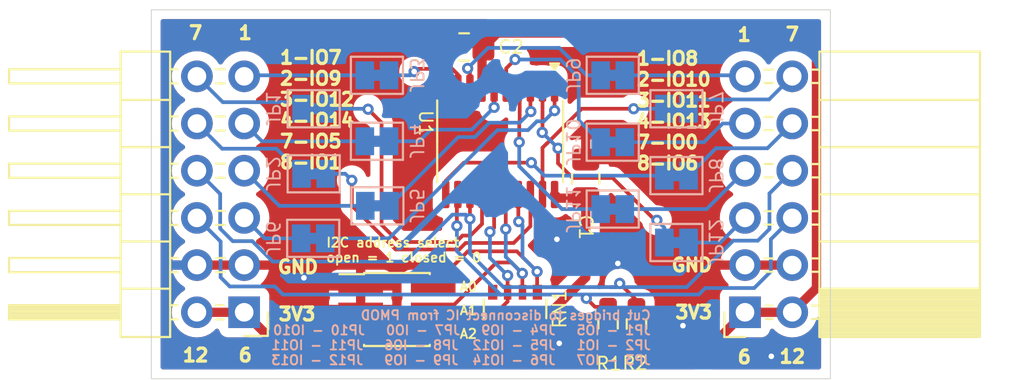
<source format=kicad_pcb>
(kicad_pcb (version 20240108) (generator "pcbnew") (generator_version "8.0")
  (layers (0 "F.Cu" signal) (31 "B.Cu" signal) (34 "B.Paste" user) (35 "F.Paste" user) (36 "B.SilkS" user "B.Silkscreen") (37 "F.SilkS" user "F.Silkscreen") (38 "B.Mask" user) (39 "F.Mask" user) (44 "Edge.Cuts" user))
  (net 0 "")
  (net 1 "+3V3")
  (net 2 "GND")
  (net 3 "SCL")
  (net 4 "SDA")
  (net 5 "IO3")
  (net 6 "IO4")
  (net 7 "IO2")
  (net 8 "IO5")
  (net 9 "IO1")
  (net 10 "IO7")
  (net 11 "IO9")
  (net 12 "IO12")
  (net 13 "IO14")
  (net 14 "IO0")
  (net 15 "IO6")
  (net 16 "IO8")
  (net 17 "IO10")
  (net 18 "IO11")
  (net 19 "IO13")
  (net 21 "Net-(J1-3)")
  (net 22 "Net-(J1-4)")
  (net 23 "Net-(J1-7)")
  (net 24 "Net-(J1-2)")
  (net 25 "Net-(J1-1)")
  (net 26 "Net-(J1-8)")
  (net 27 "Net-(J2-8)")
  (net 28 "Net-(J2-1)")
  (net 29 "Net-(J2-2)")
  (net 30 "Net-(J2-3)")
  (net 31 "Net-(J2-7)")
  (net 32 "Net-(J2-4)")
  (footprint "Resistor_SMD:R_0603_1608Metric_Pad0.98x0.95mm_HandSolder" (layer "F.Cu") (at 124.625 103.4625 -90)
    (property "Reference" "R2" (at 2.1125 0.075 0) (layer "F.SilkS") (effects (font (size 0.7 0.7) (thickness 0.1))))
    (property "Value" "4k7")
    (pad "1" smd roundrect (at -0.9125 0 270) (size 0.975 0.95) (layers "F.Cu" "F.Paste" "F.Mask") (net 3 "SCL"))
    (pad "2" smd roundrect (at 0.9125 0 270) (size 0.975 0.95) (layers "F.Cu" "F.Paste" "F.Mask") (net 1 "+3V3"))
  )
  (footprint "Package_SO:TSSOP-20_4.4x6.5mm_P0.65mm" (layer "F.Cu") (at 117.3 93.6275 -90)
    (property "Reference" "U1" (at -0.9775 4 -90) (layer "F.SilkS") (effects (font (size 0.7 0.7) (thickness 0.1))))
    (property "Value" "SLG46826G")
    (pad "1" smd roundrect (at -2.8625 -2.925 270) (size 1.475 0.4) (layers "F.Cu" "F.Paste" "F.Mask") (net 13 "IO14"))
    (pad "2" smd roundrect (at -2.8625 -2.275 270) (size 1.475 0.4) (layers "F.Cu" "F.Paste" "F.Mask") (net 19 "IO13"))
    (pad "3" smd roundrect (at -2.8625 -1.625 270) (size 1.475 0.4) (layers "F.Cu" "F.Paste" "F.Mask") (net 12 "IO12"))
    (pad "4" smd roundrect (at -2.8625 -0.975 270) (size 1.475 0.4) (layers "F.Cu" "F.Paste" "F.Mask") (net 18 "IO11"))
    (pad "5" smd roundrect (at -2.8625 -0.325 270) (size 1.475 0.4) (layers "F.Cu" "F.Paste" "F.Mask") (net 17 "IO10"))
    (pad "6" smd roundrect (at -2.8625 0.325 270) (size 1.475 0.4) (layers "F.Cu" "F.Paste" "F.Mask") (net 11 "IO9"))
    (pad "7" smd roundrect (at -2.8625 0.975 270) (size 1.475 0.4) (layers "F.Cu" "F.Paste" "F.Mask") (net 1 "+3V3"))
    (pad "8" smd roundrect (at -2.8625 1.625 270) (size 1.475 0.4) (layers "F.Cu" "F.Paste" "F.Mask") (net 16 "IO8"))
    (pad "9" smd roundrect (at -2.8625 2.275 270) (size 1.475 0.4) (layers "F.Cu" "F.Paste" "F.Mask") (net 10 "IO7"))
    (pad "10" smd roundrect (at -2.8625 2.925 270) (size 1.475 0.4) (layers "F.Cu" "F.Paste" "F.Mask") (net 2 "GND"))
    (pad "11" smd roundrect (at 2.8625 2.925 270) (size 1.475 0.4) (layers "F.Cu" "F.Paste" "F.Mask") (net 15 "IO6"))
    (pad "12" smd roundrect (at 2.8625 2.275 270) (size 1.475 0.4) (layers "F.Cu" "F.Paste" "F.Mask") (net 4 "SDA"))
    (pad "13" smd roundrect (at 2.8625 1.625 270) (size 1.475 0.4) (layers "F.Cu" "F.Paste" "F.Mask") (net 3 "SCL"))
    (pad "14" smd roundrect (at 2.8625 0.975 270) (size 1.475 0.4) (layers "F.Cu" "F.Paste" "F.Mask") (net 8 "IO5"))
    (pad "15" smd roundrect (at 2.8625 0.325 270) (size 1.475 0.4) (layers "F.Cu" "F.Paste" "F.Mask") (net 6 "IO4"))
    (pad "16" smd roundrect (at 2.8625 -0.325 270) (size 1.475 0.4) (layers "F.Cu" "F.Paste" "F.Mask") (net 5 "IO3"))
    (pad "17" smd roundrect (at 2.8625 -0.975 270) (size 1.475 0.4) (layers "F.Cu" "F.Paste" "F.Mask") (net 7 "IO2"))
    (pad "18" smd roundrect (at 2.8625 -1.625 270) (size 1.475 0.4) (layers "F.Cu" "F.Paste" "F.Mask") (net 9 "IO1"))
    (pad "19" smd roundrect (at 2.8625 -2.275 270) (size 1.475 0.4) (layers "F.Cu" "F.Paste" "F.Mask") (net 14 "IO0"))
    (pad "20" smd roundrect (at 2.8625 -2.925 270) (size 1.475 0.4) (layers "F.Cu" "F.Paste" "F.Mask") (net 1 "+3V3"))
  )
  (footprint "Connector_PinHeader_1.27mm:PinHeader_2x03_P1.27mm_Vertical_SMD" (layer "F.Cu") (at 111.75 102.68)
    (property "Reference" "J3" (hide yes))
    (property "Value" "Conn_02x03_Counter_Clockwise")
    (pad "1" smd rect (at -1.95 -1.27) (size 2.4 0.74) (layers "F.Cu" "F.Paste" "F.Mask") (net 2 "GND"))
    (pad "2" smd rect (at 1.95 -1.27) (size 2.4 0.74) (layers "F.Cu" "F.Paste" "F.Mask") (net 7 "IO2"))
    (pad "3" smd rect (at -1.95 0) (size 2.4 0.74) (layers "F.Cu" "F.Paste" "F.Mask") (net 2 "GND"))
    (pad "4" smd rect (at 1.95 0) (size 2.4 0.74) (layers "F.Cu" "F.Paste" "F.Mask") (net 5 "IO3"))
    (pad "5" smd rect (at -1.95 1.27) (size 2.4 0.74) (layers "F.Cu" "F.Paste" "F.Mask") (net 2 "GND"))
    (pad "6" smd rect (at 1.95 1.27) (size 2.4 0.74) (layers "F.Cu" "F.Paste" "F.Mask") (net 6 "IO4"))
  )
  (footprint "Capacitor_SMD:C_0805_2012Metric_Pad1.18x1.45mm_HandSolder" (layer "F.Cu") (at 115.3625 88.55 180)
    (property "Reference" "C2" (at -2.525 0 0) (layer "F.SilkS") (effects (font (size 0.7 0.7) (thickness 0.1))))
    (property "Value" "100n")
    (pad "1" smd roundrect (at -1.0375 0 180) (size 1.175 1.45) (layers "F.Cu" "F.Paste" "F.Mask") (roundrect_rratio 0.212766) (net 1 "+3V3"))
    (pad "2" smd roundrect (at 1.0375 0 180) (size 1.175 1.45) (layers "F.Cu" "F.Paste" "F.Mask") (roundrect_rratio 0.212766) (net 2 "GND"))
  )
  (footprint "Resistor_SMD:R_0603_1608Metric_Pad0.98x0.95mm_HandSolder" (layer "F.Cu") (at 123.1 103.45 -90)
    (property "Reference" "R1" (at 2.15 -0.05 0) (layer "F.SilkS") (effects (font (size 0.7 0.7) (thickness 0.1))))
    (property "Value" "4k7")
    (pad "1" smd roundrect (at -0.9125 0 270) (size 0.975 0.95) (layers "F.Cu" "F.Paste" "F.Mask") (net 4 "SDA"))
    (pad "2" smd roundrect (at 0.9125 0 270) (size 0.975 0.95) (layers "F.Cu" "F.Paste" "F.Mask") (net 1 "+3V3"))
  )
  (footprint "Capacitor_SMD:C_0805_2012Metric_Pad1.18x1.45mm_HandSolder" (layer "F.Cu") (at 121.9 95.65 90)
    (property "Reference" "C1" (at -2.6 0 -90) (layer "F.SilkS") (effects (font (size 0.7 0.7) (thickness 0.1))))
    (property "Value" "100n")
    (pad "1" smd roundrect (at -1.0375 0 90) (size 1.175 1.45) (layers "F.Cu" "F.Paste" "F.Mask") (roundrect_rratio 0.212766) (net 1 "+3V3"))
    (pad "2" smd roundrect (at 1.0375 0 90) (size 1.175 1.45) (layers "F.Cu" "F.Paste" "F.Mask") (roundrect_rratio 0.212766) (net 2 "GND"))
  )
  (footprint "Connector_PinSocket_2.54mm:PinSocket_2x06_P2.54mm_Horizontal" (layer "F.Cu") (at 130.46 102.83 180)
    (property "Reference" "J2" (hide yes))
    (property "Value" "Conn_02x06_Top_Bottom")
    (pad "1" thru_hole rect (at 0 0 180) (size 1.7 1.7) (drill 1) (layers "*.Cu" "*.Mask") (net 1 "+3V3"))
    (pad "2" thru_hole oval (at -2.54 0 180) (size 1.7 1.7) (drill 1) (layers "*.Cu" "*.Mask") (net 1 "+3V3"))
    (pad "3" thru_hole oval (at 0 2.54 180) (size 1.7 1.7) (drill 1) (layers "*.Cu" "*.Mask") (net 2 "GND"))
    (pad "4" thru_hole oval (at -2.54 2.54 180) (size 1.7 1.7) (drill 1) (layers "*.Cu" "*.Mask") (net 2 "GND"))
    (pad "5" thru_hole oval (at 0 5.08 180) (size 1.7 1.7) (drill 1) (layers "*.Cu" "*.Mask") (net 32 "Net-(J2-4)"))
    (pad "6" thru_hole oval (at -2.54 5.08 180) (size 1.7 1.7) (drill 1) (layers "*.Cu" "*.Mask") (net 4 "SDA"))
    (pad "7" thru_hole oval (at 0 7.62 180) (size 1.7 1.7) (drill 1) (layers "*.Cu" "*.Mask") (net 30 "Net-(J2-3)"))
    (pad "8" thru_hole oval (at -2.54 7.62 180) (size 1.7 1.7) (drill 1) (layers "*.Cu" "*.Mask") (net 3 "SCL"))
    (pad "9" thru_hole oval (at 0 10.16 180) (size 1.7 1.7) (drill 1) (layers "*.Cu" "*.Mask") (net 29 "Net-(J2-2)"))
    (pad "10" thru_hole oval (at -2.54 10.16 180) (size 1.7 1.7) (drill 1) (layers "*.Cu" "*.Mask") (net 27 "Net-(J2-8)"))
    (pad "11" thru_hole oval (at 0 12.7 180) (size 1.7 1.7) (drill 1) (layers "*.Cu" "*.Mask") (net 28 "Net-(J2-1)"))
    (pad "12" thru_hole oval (at -2.54 12.7 180) (size 1.7 1.7) (drill 1) (layers "*.Cu" "*.Mask") (net 31 "Net-(J2-7)"))
  )
  (footprint "Connector_PinHeader_2.54mm:PinHeader_2x06_P2.54mm_Horizontal" (layer "F.Cu") (at 103.54 102.83 180)
    (property "Reference" "J1" (hide yes))
    (property "Value" "~")
    (pad "1" thru_hole rect (at 0 0 180) (size 1.7 1.7) (drill 1) (layers "*.Cu" "*.Mask") (net 1 "+3V3"))
    (pad "2" thru_hole oval (at 2.54 0 180) (size 1.7 1.7) (drill 1) (layers "*.Cu" "*.Mask") (net 1 "+3V3"))
    (pad "3" thru_hole oval (at 0 2.54 180) (size 1.7 1.7) (drill 1) (layers "*.Cu" "*.Mask") (net 2 "GND"))
    (pad "4" thru_hole oval (at 2.54 2.54 180) (size 1.7 1.7) (drill 1) (layers "*.Cu" "*.Mask") (net 2 "GND"))
    (pad "5" thru_hole oval (at 0 5.08 180) (size 1.7 1.7) (drill 1) (layers "*.Cu" "*.Mask") (net 22 "Net-(J1-4)"))
    (pad "6" thru_hole oval (at 2.54 5.08 180) (size 1.7 1.7) (drill 1) (layers "*.Cu" "*.Mask") (net 4 "SDA"))
    (pad "7" thru_hole oval (at 0 7.62 180) (size 1.7 1.7) (drill 1) (layers "*.Cu" "*.Mask") (net 21 "Net-(J1-3)"))
    (pad "8" thru_hole oval (at 2.54 7.62 180) (size 1.7 1.7) (drill 1) (layers "*.Cu" "*.Mask") (net 3 "SCL"))
    (pad "9" thru_hole oval (at 0 10.16 180) (size 1.7 1.7) (drill 1) (layers "*.Cu" "*.Mask") (net 24 "Net-(J1-2)"))
    (pad "10" thru_hole oval (at 2.54 10.16 180) (size 1.7 1.7) (drill 1) (layers "*.Cu" "*.Mask") (net 26 "Net-(J1-8)"))
    (pad "11" thru_hole oval (at 0 12.7 180) (size 1.7 1.7) (drill 1) (layers "*.Cu" "*.Mask") (net 25 "Net-(J1-1)"))
    (pad "12" thru_hole oval (at 2.54 12.7 180) (size 1.7 1.7) (drill 1) (layers "*.Cu" "*.Mask") (net 23 "Net-(J1-7)"))
  )
  (footprint "Resistor_SMD:R_Array_Convex_4x0603" (layer "F.Cu") (at 118.1 102.65 90)
    (property "Reference" "RN1" (at 0 2.4 90) (layer "F.SilkS") (effects (font (size 0.7 0.7) (thickness 0.1))))
    (property "Value" "10k")
    (pad "1" smd rect (at -0.9 -1.2 90) (size 0.8 0.5) (layers "F.Cu" "F.Paste" "F.Mask") (net 1 "+3V3"))
    (pad "2" smd rect (at -0.9 -0.4 90) (size 0.8 0.4) (layers "F.Cu" "F.Paste" "F.Mask") (net 1 "+3V3"))
    (pad "3" smd rect (at -0.9 0.4 90) (size 0.8 0.4) (layers "F.Cu" "F.Paste" "F.Mask") (net 1 "+3V3"))
    (pad "4" smd rect (at -0.9 1.2 90) (size 0.8 0.5) (layers "F.Cu" "F.Paste" "F.Mask") (net 1 "+3V3"))
    (pad "5" smd rect (at 0.9 1.2 90) (size 0.8 0.5) (layers "F.Cu" "F.Paste" "F.Mask") (net 7 "IO2"))
    (pad "6" smd rect (at 0.9 0.4 90) (size 0.8 0.4) (layers "F.Cu" "F.Paste" "F.Mask") (net 5 "IO3"))
    (pad "7" smd rect (at 0.9 -0.4 90) (size 0.8 0.4) (layers "F.Cu" "F.Paste" "F.Mask") (net 6 "IO4"))
    (pad "8" smd rect (at 0.9 -1.2 90) (size 0.8 0.5) (layers "F.Cu" "F.Paste" "F.Mask"))
  )
  (footprint "Jumper:SolderJumper-2_P1.3mm_Bridged_Pad1.0x1.5mm" (layer "B.Cu") (at 126.775 99.075)
    (property "Reference" "JP12" (at 2.1 0 -90) (layer "B.SilkS") (effects (font (size 0.7 0.7) (thickness 0.1)) (justify mirror)))
    (property "Value" "SolderJumper_2_Bridged")
    (fp_poly (pts (xy -0.25 0.3) (xy 0.25 0.3) (xy 0.25 -0.3) (xy -0.25 -0.3)) (fill solid) (layer "B.Cu"))
    (pad "1" smd rect (at -0.65 0) (size 1 1.5) (layers "B.Cu" "B.Mask") (net 19 "IO13"))
    (pad "2" smd rect (at 0.65 0) (size 1 1.5) (layers "B.Cu" "B.Mask") (net 32 "Net-(J2-4)"))
  )
  (footprint "Jumper:SolderJumper-2_P1.3mm_Bridged_Pad1.0x1.5mm" (layer "B.Cu") (at 126.775 91.875 180)
    (property "Reference" "JP7" (at -2.1 0 -90) (layer "B.SilkS") (effects (font (size 0.7 0.7) (thickness 0.1)) (justify mirror)))
    (property "Value" "SolderJumper_2_Bridged")
    (fp_poly (pts (xy -0.25 0.3) (xy 0.25 0.3) (xy 0.25 -0.3) (xy -0.25 -0.3)) (fill solid) (layer "B.Cu"))
    (pad "1" smd rect (at -0.65 0 180) (size 1 1.5) (layers "B.Cu" "B.Mask") (net 31 "Net-(J2-7)"))
    (pad "2" smd rect (at 0.65 0 180) (size 1 1.5) (layers "B.Cu" "B.Mask") (net 14 "IO0"))
  )
  (footprint "Jumper:SolderJumper-2_P1.3mm_Bridged_Pad1.0x1.5mm" (layer "B.Cu") (at 110.7 97.1 180)
    (property "Reference" "JP5" (at -2.1 0 -90) (layer "B.SilkS") (effects (font (size 0.7 0.7) (thickness 0.1)) (justify mirror)))
    (property "Value" "SolderJumper_2_Bridged")
    (fp_poly (pts (xy -0.25 0.3) (xy 0.25 0.3) (xy 0.25 -0.3) (xy -0.25 -0.3)) (fill solid) (layer "B.Cu"))
    (pad "1" smd rect (at -0.65 0 180) (size 1 1.5) (layers "B.Cu" "B.Mask") (net 12 "IO12"))
    (pad "2" smd rect (at 0.65 0 180) (size 1 1.5) (layers "B.Cu" "B.Mask") (net 21 "Net-(J1-3)"))
  )
  (footprint "Jumper:SolderJumper-2_P1.3mm_Bridged_Pad1.0x1.5mm" (layer "B.Cu") (at 107.275 95.375)
    (property "Reference" "JP2" (at -2.2 0 -90) (layer "B.SilkS") (effects (font (size 0.7 0.7) (thickness 0.1)) (justify mirror)))
    (property "Value" "SolderJumper_2_Bridged")
    (fp_poly (pts (xy -0.25 0.3) (xy 0.25 0.3) (xy 0.25 -0.3) (xy -0.25 -0.3)) (fill solid) (layer "B.Cu"))
    (pad "1" smd rect (at -0.65 0) (size 1 1.5) (layers "B.Cu" "B.Mask") (net 26 "Net-(J1-8)"))
    (pad "2" smd rect (at 0.65 0) (size 1 1.5) (layers "B.Cu" "B.Mask") (net 9 "IO1"))
  )
  (footprint "Jumper:SolderJumper-2_P1.3mm_Bridged_Pad1.0x1.5mm" (layer "B.Cu") (at 107.25 98.85 180)
    (property "Reference" "JP6" (at 2.175 0 -90) (layer "B.SilkS") (effects (font (size 0.7 0.7) (thickness 0.1)) (justify mirror)))
    (property "Value" "SolderJumper_2_Bridged")
    (fp_poly (pts (xy -0.25 0.3) (xy 0.25 0.3) (xy 0.25 -0.3) (xy -0.25 -0.3)) (fill solid) (layer "B.Cu"))
    (pad "1" smd rect (at -0.65 0 180) (size 1 1.5) (layers "B.Cu" "B.Mask") (net 13 "IO14"))
    (pad "2" smd rect (at 0.65 0 180) (size 1 1.5) (layers "B.Cu" "B.Mask") (net 22 "Net-(J1-4)"))
  )
  (footprint "Jumper:SolderJumper-2_P1.3mm_Bridged_Pad1.0x1.5mm" (layer "B.Cu") (at 123.35 90.075)
    (property "Reference" "JP9" (at -2.15 0 -90) (layer "B.SilkS") (effects (font (size 0.7 0.7) (thickness 0.1)) (justify mirror)))
    (property "Value" "SolderJumper_2_Bridged")
    (fp_poly (pts (xy -0.25 0.3) (xy 0.25 0.3) (xy 0.25 -0.3) (xy -0.25 -0.3)) (fill solid) (layer "B.Cu"))
    (pad "1" smd rect (at -0.65 0) (size 1 1.5) (layers "B.Cu" "B.Mask") (net 16 "IO8"))
    (pad "2" smd rect (at 0.65 0) (size 1 1.5) (layers "B.Cu" "B.Mask") (net 28 "Net-(J2-1)"))
  )
  (footprint "Jumper:SolderJumper-2_P1.3mm_Bridged_Pad1.0x1.5mm" (layer "B.Cu") (at 110.675 93.625 180)
    (property "Reference" "JP4" (at -2.125 0 -90) (layer "B.SilkS") (effects (font (size 0.7 0.7) (thickness 0.1)) (justify mirror)))
    (property "Value" "SolderJumper_2_Bridged")
    (fp_poly (pts (xy -0.25 0.3) (xy 0.25 0.3) (xy 0.25 -0.3) (xy -0.25 -0.3)) (fill solid) (layer "B.Cu"))
    (pad "1" smd rect (at -0.65 0 180) (size 1 1.5) (layers "B.Cu" "B.Mask") (net 11 "IO9"))
    (pad "2" smd rect (at 0.65 0 180) (size 1 1.5) (layers "B.Cu" "B.Mask") (net 24 "Net-(J1-2)"))
  )
  (footprint "Jumper:SolderJumper-2_P1.3mm_Bridged_Pad1.0x1.5mm" (layer "B.Cu") (at 126.775 95.475 180)
    (property "Reference" "JP8" (at -2.1 0 -90) (layer "B.SilkS") (effects (font (size 0.7 0.7) (thickness 0.1)) (justify mirror)))
    (property "Value" "SolderJumper_2_Bridged")
    (fp_poly (pts (xy -0.25 0.3) (xy 0.25 0.3) (xy 0.25 -0.3) (xy -0.25 -0.3)) (fill solid) (layer "B.Cu"))
    (pad "1" smd rect (at -0.65 0 180) (size 1 1.5) (layers "B.Cu" "B.Mask") (net 27 "Net-(J2-8)"))
    (pad "2" smd rect (at 0.65 0 180) (size 1 1.5) (layers "B.Cu" "B.Mask") (net 15 "IO6"))
  )
  (footprint "Jumper:SolderJumper-2_P1.3mm_Bridged_Pad1.0x1.5mm" (layer "B.Cu") (at 107.275 91.875)
    (property "Reference" "JP1" (at -2.2 0 -90) (layer "B.SilkS") (effects (font (size 0.7 0.7) (thickness 0.1)) (justify mirror)))
    (property "Value" "~")
    (fp_poly (pts (xy -0.25 0.3) (xy 0.25 0.3) (xy 0.25 -0.3) (xy -0.25 -0.3)) (fill solid) (layer "B.Cu"))
    (pad "1" smd rect (at -0.65 0) (size 1 1.5) (layers "B.Cu" "B.Mask") (net 23 "Net-(J1-7)"))
    (pad "2" smd rect (at 0.65 0) (size 1 1.5) (layers "B.Cu" "B.Mask") (net 8 "IO5"))
  )
  (footprint "Jumper:SolderJumper-2_P1.3mm_Bridged_Pad1.0x1.5mm" (layer "B.Cu") (at 110.675 90.075 180)
    (property "Reference" "JP3" (at -2.125 0 -90) (layer "B.SilkS") (effects (font (size 0.7 0.7) (thickness 0.1)) (justify mirror)))
    (property "Value" "SolderJumper_2_Bridged")
    (fp_poly (pts (xy -0.25 0.3) (xy 0.25 0.3) (xy 0.25 -0.3) (xy -0.25 -0.3)) (fill solid) (layer "B.Cu"))
    (pad "1" smd rect (at -0.65 0 180) (size 1 1.5) (layers "B.Cu" "B.Mask") (net 10 "IO7"))
    (pad "2" smd rect (at 0.65 0 180) (size 1 1.5) (layers "B.Cu" "B.Mask") (net 25 "Net-(J1-1)"))
  )
  (footprint "Jumper:SolderJumper-2_P1.3mm_Bridged_Pad1.0x1.5mm" (layer "B.Cu") (at 123.35 97.275)
    (property "Reference" "JP11" (at -2.15 0.025 -90) (layer "B.SilkS") (effects (font (size 0.7 0.7) (thickness 0.1)) (justify mirror)))
    (property "Value" "SolderJumper_2_Bridged")
    (fp_poly (pts (xy -0.25 0.3) (xy 0.25 0.3) (xy 0.25 -0.3) (xy -0.25 -0.3)) (fill solid) (layer "B.Cu"))
    (pad "1" smd rect (at -0.65 0) (size 1 1.5) (layers "B.Cu" "B.Mask") (net 18 "IO11"))
    (pad "2" smd rect (at 0.65 0) (size 1 1.5) (layers "B.Cu" "B.Mask") (net 30 "Net-(J2-3)"))
  )
  (footprint "Jumper:SolderJumper-2_P1.3mm_Bridged_Pad1.0x1.5mm" (layer "B.Cu") (at 123.35 93.675)
    (property "Reference" "JP10" (at -2.15 0 -90) (layer "B.SilkS") (effects (font (size 0.7 0.7) (thickness 0.1)) (justify mirror)))
    (property "Value" "SolderJumper_2_Bridged")
    (fp_poly (pts (xy -0.25 0.3) (xy 0.25 0.3) (xy 0.25 -0.3) (xy -0.25 -0.3)) (fill solid) (layer "B.Cu"))
    (pad "1" smd rect (at -0.65 0) (size 1 1.5) (layers "B.Cu" "B.Mask") (net 17 "IO10"))
    (pad "2" smd rect (at 0.65 0) (size 1 1.5) (layers "B.Cu" "B.Mask") (net 29 "Net-(J2-2)"))
  )
  (gr_rect (start 98.55 86.55) (end 135.05 106.405) (stroke (width 0.05)) (fill none) (layer "Edge.Cuts"))
  (gr_text "Cut bridges to disconnect IC from PMOD\nJP1 - IO5   JP4 - IO9   JP7 - IO0   JP10 - IO10\nJP2 - IO1   JP5 - IO12  JP8 - IO6   JP11 - IO11\nJP3 - IO7   JP6 - IO14  JP9 - IO9   JP12 - IO13" (at 125.45 105.7 0) (layer "B.SilkS") (effects (font (size 0.5 0.5) (thickness 0.1) (bold yes)) (justify left bottom mirror)))
  (gr_text "I2C address select\nopen = 1 closed = 0" (at 107.9 100.175 0) (layer "F.SilkS") (effects (font (size 0.5 0.5) (thickness 0.1) (bold yes)) (justify left bottom)))
  (gr_text "12" (at 132.225 105.625 0) (layer "F.SilkS") (effects (font (size 0.7 0.7) (thickness 0.175) (bold yes)) (justify left bottom)))
  (gr_text "A2" (at 115.075 104.282 0) (layer "F.SilkS") (effects (font (size 0.5 0.5) (thickness 0.1) (bold yes)) (justify left bottom)))
  (gr_text "1" (at 103.15 88.2 0) (layer "F.SilkS") (effects (font (size 0.7 0.7) (thickness 0.175) (bold yes)) (justify left bottom)))
  (gr_text "1-IO8\n2-IO10\n3-IO11\n4-IO13\n7-IO0\n8-IO6" (at 124.55 95.214804 0) (layer "F.SilkS") (effects (font (size 0.7 0.7) (thickness 0.175) (bold yes)) (justify left bottom)))
  (gr_text "A1" (at 115.075 103.012 0) (layer "F.SilkS") (effects (font (size 0.5 0.5) (thickness 0.1) (bold yes)) (justify left bottom)))
  (gr_text "3V3" (at 126.625 103.24 0) (layer "F.SilkS") (effects (font (size 0.7 0.7) (thickness 0.175) (bold yes)) (justify left bottom)))
  (gr_text "12" (at 100.15 105.55 0) (layer "F.SilkS") (effects (font (size 0.7 0.7) (thickness 0.175) (bold yes)) (justify left bottom)))
  (gr_text "GND" (at 126.425 100.7 0) (layer "F.SilkS") (effects (font (size 0.7 0.7) (thickness 0.175) (bold yes)) (justify left bottom)))
  (gr_text "6" (at 129.975 105.65 0) (layer "F.SilkS") (effects (font (size 0.7 0.7) (thickness 0.175) (bold yes)) (justify left bottom)))
  (gr_text "1" (at 129.975 88.3 0) (layer "F.SilkS") (effects (font (size 0.7 0.7) (thickness 0.175) (bold yes)) (justify left bottom)))
  (gr_text "A0" (at 115.075 101.742 0) (layer "F.SilkS") (effects (font (size 0.5 0.5) (thickness 0.1) (bold yes)) (justify left bottom)))
  (gr_text "7" (at 132.558334 88.275 0) (layer "F.SilkS") (effects (font (size 0.7 0.7) (thickness 0.175) (bold yes)) (justify left bottom)))
  (gr_text "7" (at 100.483334 88.2 0) (layer "F.SilkS") (effects (font (size 0.7 0.7) (thickness 0.175) (bold yes)) (justify left bottom)))
  (gr_text "1-IO7\n2-IO9\n3-IO12\n4-IO14\n7-IO5\n8-IO1" (at 105.375 95.164804 0) (layer "F.SilkS") (effects (font (size 0.7 0.7) (thickness 0.175) (bold yes)) (justify left bottom)))
  (gr_text "6" (at 103.15 105.55 0) (layer "F.SilkS") (effects (font (size 0.7 0.7) (thickness 0.175) (bold yes)) (justify left bottom)))
  (gr_text "3V3" (at 105.3 103.338375 0) (layer "F.SilkS") (effects (font (size 0.7 0.7) (thickness 0.175) (bold yes)) (justify left bottom)))
  (gr_text "GND" (at 105.25 100.8 0) (layer "F.SilkS") (effects (font (size 0.7 0.7) (thickness 0.175) (bold yes)) (justify left bottom)))
  (segment (start 121.9 96.6875) (end 121.9 100.95) (width 0.5) (layer "F.Cu") (net 1))
  (segment (start 116.9 103.55) (end 119.3 103.55) (width 0.5) (layer "F.Cu") (net 1))
  (segment (start 124.625 104.375) (end 124.625 105.605) (width 0.5) (layer "F.Cu") (net 1))
  (segment (start 133 102.83) (end 134.3 101.53) (width 0.5) (layer "F.Cu") (net 1))
  (segment (start 103.54 102.83) (end 106.365 105.655) (width 0.5) (layer "F.Cu") (net 1))
  (segment (start 124.575 105.655) (end 127.635 105.655) (width 0.5) (layer "F.Cu") (net 1))
  (segment (start 119.3 103.55) (end 119.3 104.805) (width 0.5) (layer "F.Cu") (net 1))
  (segment (start 133.15 87.8) (end 117.15 87.8) (width 0.5) (layer "F.Cu") (net 1))
  (segment (start 134.3 101.53) (end 134.3 88.95) (width 0.5) (layer "F.Cu") (net 1))
  (segment (start 106.365 105.655) (end 118.45 105.655) (width 0.5) (layer "F.Cu") (net 1))
  (segment (start 119.3 104.805) (end 118.45 105.655) (width 0.5) (layer "F.Cu") (net 1))
  (segment (start 117.15 87.8) (end 116.4 88.55) (width 0.5) (layer "F.Cu") (net 1))
  (segment (start 124.625 105.605) (end 124.575 105.655) (width 0.5) (layer "F.Cu") (net 1))
  (segment (start 121.9 96.6875) (end 120.4225 96.6875) (width 0.5) (layer "F.Cu") (net 1))
  (segment (start 123.1 104.3625) (end 123.1 105.605) (width 0.5) (layer "F.Cu") (net 1))
  (segment (start 127.635 105.655) (end 130.46 102.83) (width 0.5) (layer "F.Cu") (net 1))
  (segment (start 130.46 102.83) (end 133 102.83) (width 0.5) (layer "F.Cu") (net 1))
  (segment (start 123.1 105.605) (end 123.05 105.655) (width 0.5) (layer "F.Cu") (net 1))
  (segment (start 101 102.83) (end 103.54 102.83) (width 0.5) (layer "F.Cu") (net 1))
  (segment (start 116.325 90.765) (end 116.325 88.625) (width 0.5) (layer "F.Cu") (net 1))
  (segment (start 121.9 100.95) (end 119.3 103.55) (width 0.5) (layer "F.Cu") (net 1))
  (segment (start 118.45 105.655) (end 123.05 105.655) (width 0.5) (layer "F.Cu") (net 1))
  (segment (start 134.3 88.95) (end 133.15 87.8) (width 0.5) (layer "F.Cu") (net 1))
  (segment (start 123.05 105.655) (end 124.575 105.655) (width 0.5) (layer "F.Cu") (net 1))
  (segment (start 120.4225 96.6875) (end 120.225 96.49) (width 0.5) (layer "F.Cu") (net 1))
  (via (at 120.475 104.5) (size 0.6) (drill 0.3) (layers "F.Cu" "B.Cu") (net 2))
  (via (at 120.35 98.9) (size 0.6) (drill 0.3) (layers "F.Cu" "B.Cu") (net 2))
  (via (at 131.875 105.2) (size 0.6) (drill 0.3) (layers "F.Cu" "B.Cu") (net 2))
  (via (at 106.75 100.975) (size 0.6) (drill 0.3) (layers "F.Cu" "B.Cu") (net 2))
  (via (at 123.625 100.2) (size 0.6) (drill 0.3) (layers "F.Cu" "B.Cu") (net 2))
  (via (at 127.125 103.55) (size 0.6) (drill 0.3) (layers "F.Cu" "B.Cu") (net 2))
  (segment (start 115.675 96.49) (end 115.675 97.8) (width 0.2) (layer "F.Cu") (net 3))
  (segment (start 124.625 102.55) (end 124.625 102.175) (width 0.2) (layer "F.Cu") (net 3))
  (segment (start 124.625 102.175) (end 123.725 101.275) (width 0.2) (layer "F.Cu") (net 3))
  (via (at 115.675 97.8) (size 0.6) (drill 0.3) (layers "F.Cu" "B.Cu") (net 3))
  (via (at 123.725 101.275) (size 0.6) (drill 0.3) (layers "F.Cu" "B.Cu") (net 3))
  (segment (start 105.075 100.1) (end 112.208026 100.1) (width 0.2) (layer "B.Cu") (net 3))
  (segment (start 115.675 99.67353) (end 115.675 97.8) (width 0.2) (layer "B.Cu") (net 3))
  (segment (start 131.775 98.35) (end 131.15 98.975) (width 0.2) (layer "B.Cu") (net 3))
  (segment (start 102.25 96.46) (end 102.25 98.326346) (width 0.2) (layer "B.Cu") (net 3))
  (segment (start 114.733026 97.575) (end 115.45 97.575) (width 0.2) (layer "B.Cu") (net 3))
  (segment (start 131.775 96.435) (end 131.775 98.35) (width 0.2) (layer "B.Cu") (net 3))
  (segment (start 115.45 97.575) (end 115.675 97.8) (width 0.2) (layer "B.Cu") (net 3))
  (segment (start 117.476471 101.475) (end 115.675 99.67353) (width 0.2) (layer "B.Cu") (net 3))
  (segment (start 133 95.21) (end 131.775 96.435) (width 0.2) (layer "B.Cu") (net 3))
  (segment (start 101 95.21) (end 102.25 96.46) (width 0.2) (layer "B.Cu") (net 3))
  (segment (start 102.923654 99) (end 103.975 99) (width 0.2) (layer "B.Cu") (net 3))
  (segment (start 131.15 98.975) (end 129.825 98.975) (width 0.2) (layer "B.Cu") (net 3))
  (segment (start 123.25 101.475) (end 123.525 101.475) (width 0.2) (layer "B.Cu") (net 3))
  (segment (start 112.208026 100.1) (end 114.733026 97.575) (width 0.2) (layer "B.Cu") (net 3))
  (segment (start 127.325 101.475) (end 123.25 101.475) (width 0.2) (layer "B.Cu") (net 3))
  (segment (start 103.975 99) (end 105.075 100.1) (width 0.2) (layer "B.Cu") (net 3))
  (segment (start 123.525 101.475) (end 123.725 101.275) (width 0.2) (layer "B.Cu") (net 3))
  (segment (start 123.25 101.475) (end 117.476471 101.475) (width 0.2) (layer "B.Cu") (net 3))
  (segment (start 102.25 98.326346) (end 102.923654 99) (width 0.2) (layer "B.Cu") (net 3))
  (segment (start 129.825 98.975) (end 127.325 101.475) (width 0.2) (layer "B.Cu") (net 3))
  (segment (start 114.972961 98.183594) (end 114.972961 96.542039) (width 0.2) (layer "F.Cu") (net 4))
  (segment (start 122.392831 102.5375) (end 123.1 102.5375) (width 0.2) (layer "F.Cu") (net 4))
  (segment (start 121.930331 102.075) (end 122.392831 102.5375) (width 0.2) (layer "F.Cu") (net 4))
  (via (at 114.972961 98.183594) (size 0.6) (drill 0.3) (layers "F.Cu" "B.Cu") (net 4))
  (via (at 121.930331 102.075) (size 0.6) (drill 0.3) (layers "F.Cu" "B.Cu") (net 4))
  (segment (start 128.325 101.525) (end 127.975 101.875) (width 0.2) (layer "B.Cu") (net 4))
  (segment (start 102.765 101.44) (end 102.275 100.95) (width 0.2) (layer "B.Cu") (net 4))
  (segment (start 131.85 100.63) (end 130.955 101.525) (width 0.2) (layer "B.Cu") (net 4))
  (segment (start 133 97.75) (end 131.85 98.9) (width 0.2) (layer "B.Cu") (net 4))
  (segment (start 121.930331 102.075) (end 121.730331 101.875) (width 0.2) (layer "B.Cu") (net 4))
  (segment (start 121.730331 101.875) (end 121.325 101.875) (width 0.2) (layer "B.Cu") (net 4))
  (segment (start 102.275 100.95) (end 102.275 99.025) (width 0.2) (layer "B.Cu") (net 4))
  (segment (start 105.625 101.875) (end 105.19 101.44) (width 0.2) (layer "B.Cu") (net 4))
  (segment (start 131.85 98.9) (end 131.85 100.63) (width 0.2) (layer "B.Cu") (net 4))
  (segment (start 121.325 101.875) (end 117.310785 101.875) (width 0.2) (layer "B.Cu") (net 4))
  (segment (start 105.19 101.44) (end 102.765 101.44) (width 0.2) (layer "B.Cu") (net 4))
  (segment (start 130.955 101.525) (end 128.325 101.525) (width 0.2) (layer "B.Cu") (net 4))
  (segment (start 117.310785 101.875) (end 114.972961 99.537176) (width 0.2) (layer "B.Cu") (net 4))
  (segment (start 102.275 99.025) (end 101 97.75) (width 0.2) (layer "B.Cu") (net 4))
  (segment (start 117.310785 101.875) (end 105.625 101.875) (width 0.2) (layer "B.Cu") (net 4))
  (segment (start 127.975 101.875) (end 121.325 101.875) (width 0.2) (layer "B.Cu") (net 4))
  (segment (start 114.972961 99.537176) (end 114.972961 98.183594) (width 0.2) (layer "B.Cu") (net 4))
  (segment (start 117.625 97.227499) (end 117.625 96.49) (width 0.2) (layer "F.Cu") (net 5))
  (segment (start 117.6 98.35) (end 117.6 97.252499) (width 0.2) (layer "F.Cu") (net 5))
  (segment (start 117.6 97.252499) (end 117.625 97.227499) (width 0.2) (layer "F.Cu") (net 5))
  (segment (start 117.905099 100.15) (end 118.491962 100.736863) (width 0.2) (layer "F.Cu") (net 5))
  (segment (start 118.491962 100.736863) (end 118.491962 101.741962) (width 0.2) (layer "F.Cu") (net 5))
  (segment (start 117.1 100.15) (end 117.905099 100.15) (width 0.2) (layer "F.Cu") (net 5))
  (segment (start 114.57 102.68) (end 117.1 100.15) (width 0.2) (layer "F.Cu") (net 5))
  (via (at 117.6 98.35) (size 0.6) (drill 0.3) (layers "F.Cu" "B.Cu") (net 5))
  (via (at 118.491962 100.736863) (size 0.6) (drill 0.3) (layers "F.Cu" "B.Cu") (net 5))
  (segment (start 117.6 99.844901) (end 118.491962 100.736863) (width 0.2) (layer "B.Cu") (net 5))
  (segment (start 117.6 98.35) (end 117.6 99.844901) (width 0.2) (layer "B.Cu") (net 5))
  (segment (start 117.7 102.25) (end 117.7 101.75) (width 0.2) (layer "F.Cu") (net 6))
  (segment (start 117.7 100.85) (end 117.7 101.75) (width 0.2) (layer "F.Cu") (net 6))
  (segment (start 117.2 102.75) (end 117.7 102.25) (width 0.2) (layer "F.Cu") (net 6))
  (segment (start 115.73 102.75) (end 117.2 102.75) (width 0.2) (layer "F.Cu") (net 6))
  (segment (start 116.975 98.274558) (end 116.975 96.49) (width 0.2) (layer "F.Cu") (net 6))
  (segment (start 116.749779 98.499779) (end 116.975 98.274558) (width 0.2) (layer "F.Cu") (net 6))
  (segment (start 114.53 103.95) (end 115.73 102.75) (width 0.2) (layer "F.Cu") (net 6))
  (via (at 116.749779 98.499779) (size 0.6) (drill 0.3) (layers "F.Cu" "B.Cu") (net 6))
  (via (at 117.7 100.85) (size 0.6) (drill 0.3) (layers "F.Cu" "B.Cu") (net 6))
  (segment (start 116.749779 98.499779) (end 116.749779 99.899779) (width 0.2) (layer "B.Cu") (net 6))
  (segment (start 116.749779 99.899779) (end 117.7 100.85) (width 0.2) (layer "B.Cu") (net 6))
  (segment (start 115.56 99.55) (end 118.196563 99.55) (width 0.2) (layer "F.Cu") (net 7))
  (segment (start 118.275 97.925) (end 118.3 97.95) (width 0.2) (layer "F.Cu") (net 7))
  (segment (start 119.286011 100.639448) (end 119.286011 101.736011) (width 0.2) (layer "F.Cu") (net 7))
  (segment (start 118.275 96.49) (end 118.275 97.925) (width 0.2) (layer "F.Cu") (net 7))
  (segment (start 113.7 101.41) (end 115.56 99.55) (width 0.2) (layer "F.Cu") (net 7))
  (segment (start 118.196563 99.55) (end 119.286011 100.639448) (width 0.2) (layer "F.Cu") (net 7))
  (via (at 118.3 97.95) (size 0.6) (drill 0.3) (layers "F.Cu" "B.Cu") (net 7))
  (via (at 119.286011 100.639448) (size 0.6) (drill 0.3) (layers "F.Cu" "B.Cu") (net 7))
  (segment (start 118.3 97.95) (end 118.5 98.15) (width 0.2) (layer "B.Cu") (net 7))
  (segment (start 118.5 99.853437) (end 119.286011 100.639448) (width 0.2) (layer "B.Cu") (net 7))
  (segment (start 118.5 98.15) (end 118.5 99.853437) (width 0.2) (layer "B.Cu") (net 7))
  (segment (start 110.925 92.625) (end 110.925 98.125) (width 0.2) (layer "F.Cu") (net 8))
  (segment (start 110.2 91.9) (end 110.925 92.625) (width 0.2) (layer "F.Cu") (net 8))
  (segment (start 115.278849 98.699779) (end 115.700221 98.699779) (width 0.2) (layer "F.Cu") (net 8))
  (segment (start 114.928628 99.05) (end 115.278849 98.699779) (width 0.2) (layer "F.Cu") (net 8))
  (segment (start 116.325 98.075) (end 116.325 96.49) (width 0.2) (layer "F.Cu") (net 8))
  (segment (start 115.700221 98.699779) (end 116.325 98.075) (width 0.2) (layer "F.Cu") (net 8))
  (segment (start 110.925 98.125) (end 111.85 99.05) (width 0.2) (layer "F.Cu") (net 8))
  (segment (start 111.85 99.05) (end 114.928628 99.05) (width 0.2) (layer "F.Cu") (net 8))
  (via (at 110.2 91.9) (size 0.6) (drill 0.3) (layers "F.Cu" "B.Cu") (net 8))
  (segment (start 107.925 91.875) (end 110.175 91.875) (width 0.2) (layer "B.Cu") (net 8))
  (segment (start 110.175 91.875) (end 110.2 91.9) (width 0.2) (layer "B.Cu") (net 8))
  (segment (start 109.325 95.725) (end 109.325 97.090686) (width 0.2) (layer "F.Cu") (net 9))
  (segment (start 115.094314 99.45) (end 115.444535 99.099779) (width 0.2) (layer "F.Cu") (net 9))
  (segment (start 111.684314 99.45) (end 115.094314 99.45) (width 0.2) (layer "F.Cu") (net 9))
  (segment (start 118.025 99.099779) (end 118.925 98.199779) (width 0.2) (layer "F.Cu") (net 9))
  (segment (start 115.444535 99.099779) (end 118.025 99.099779) (width 0.2) (layer "F.Cu") (net 9))
  (segment (start 109.325 97.090686) (end 111.684314 99.45) (width 0.2) (layer "F.Cu") (net 9))
  (segment (start 118.925 98.199779) (end 118.925 96.49) (width 0.2) (layer "F.Cu") (net 9))
  (via (at 109.325 95.725) (size 0.6) (drill 0.3) (layers "F.Cu" "B.Cu") (net 9))
  (segment (start 109.325 95.725) (end 108.975 95.375) (width 0.2) (layer "B.Cu") (net 9))
  (segment (start 108.975 95.375) (end 107.925 95.375) (width 0.2) (layer "B.Cu") (net 9))
  (segment (start 115.025 90.027501) (end 115.025 90.765) (width 0.2) (layer "F.Cu") (net 10))
  (segment (start 112.675 89.875) (end 112.8225 89.7275) (width 0.2) (layer "F.Cu") (net 10))
  (segment (start 114.724999 89.7275) (end 115.025 90.027501) (width 0.2) (layer "F.Cu") (net 10))
  (segment (start 112.8225 89.7275) (end 114.724999 89.7275) (width 0.2) (layer "F.Cu") (net 10))
  (via (at 112.675 89.875) (size 0.6) (drill 0.3) (layers "F.Cu" "B.Cu") (net 10))
  (segment (start 112.475 90.075) (end 111.325 90.075) (width 0.2) (layer "B.Cu") (net 10))
  (segment (start 112.675 89.875) (end 112.475 90.075) (width 0.2) (layer "B.Cu") (net 10))
  (segment (start 116.975 91.8) (end 116.975 90.765) (width 0.2) (layer "F.Cu") (net 11))
  (via (at 116.975 91.8) (size 0.6) (drill 0.3) (layers "F.Cu" "B.Cu") (net 11))
  (segment (start 111.325 93.625) (end 112.95 93.625) (width 0.2) (layer "B.Cu") (net 11))
  (segment (start 115.775 93) (end 116.975 91.8) (width 0.2) (layer "B.Cu") (net 11))
  (segment (start 112.95 93.625) (end 113.575 93) (width 0.2) (layer "B.Cu") (net 11))
  (segment (start 113.575 93) (end 115.775 93) (width 0.2) (layer "B.Cu") (net 11))
  (segment (start 118.9494 92.025) (end 118.925 92.0006) (width 0.2) (layer "F.Cu") (net 12))
  (segment (start 118.925 92.0006) (end 118.925 90.765) (width 0.2) (layer "F.Cu") (net 12))
  (via (at 118.9494 92.025) (size 0.6) (drill 0.3) (layers "F.Cu" "B.Cu") (net 12))
  (segment (start 115.940686 93.4) (end 116.715686 92.625) (width 0.2) (layer "B.Cu") (net 12))
  (segment (start 118.3494 92.625) (end 118.9494 92.025) (width 0.2) (layer "B.Cu") (net 12))
  (segment (start 116.715686 92.625) (end 118.3494 92.625) (width 0.2) (layer "B.Cu") (net 12))
  (segment (start 115.05 93.4) (end 115.940686 93.4) (width 0.2) (layer "B.Cu") (net 12))
  (segment (start 111.35 97.1) (end 115.05 93.4) (width 0.2) (layer "B.Cu") (net 12))
  (segment (start 120.225 91.975) (end 120.225 90.765) (width 0.2) (layer "F.Cu") (net 13))
  (via (at 120.225 91.975) (size 0.6) (drill 0.3) (layers "F.Cu" "B.Cu") (net 13))
  (segment (start 111.325 98.85) (end 107.9 98.85) (width 0.2) (layer "B.Cu") (net 13))
  (segment (start 120.225 91.975) (end 119.65 92.55) (width 0.2) (layer "B.Cu") (net 13))
  (segment (start 119.272929 92.55) (end 118.797929 93.025) (width 0.2) (layer "B.Cu") (net 13))
  (segment (start 118.797929 93.025) (end 117.15 93.025) (width 0.2) (layer "B.Cu") (net 13))
  (segment (start 119.65 92.55) (end 119.272929 92.55) (width 0.2) (layer "B.Cu") (net 13))
  (segment (start 117.15 93.025) (end 111.325 98.85) (width 0.2) (layer "B.Cu") (net 13))
  (segment (start 119.575 93.975) (end 119.8 93.75) (width 0.2) (layer "F.Cu") (net 14))
  (segment (start 119.809258 93.75) (end 121.684258 91.875) (width 0.2) (layer "F.Cu") (net 14))
  (segment (start 119.8 93.75) (end 119.809258 93.75) (width 0.2) (layer "F.Cu") (net 14))
  (segment (start 119.575 96.49) (end 119.575 93.975) (width 0.2) (layer "F.Cu") (net 14))
  (segment (start 121.684258 91.875) (end 124.475 91.875) (width 0.2) (layer "F.Cu") (net 14))
  (via (at 124.475 91.875) (size 0.6) (drill 0.3) (layers "F.Cu" "B.Cu") (net 14))
  (segment (start 124.475 91.875) (end 126.125 91.875) (width 0.2) (layer "B.Cu") (net 14))
  (segment (start 115.351029 94.776472) (end 114.375 95.752501) (width 0.2) (layer "F.Cu") (net 15))
  (segment (start 118.975 94.776472) (end 115.351029 94.776472) (width 0.2) (layer "F.Cu") (net 15))
  (segment (start 114.375 95.752501) (end 114.375 96.49) (width 0.2) (layer "F.Cu") (net 15))
  (via (at 118.975 94.776472) (size 0.6) (drill 0.3) (layers "F.Cu" "B.Cu") (net 15))
  (segment (start 126.125 95.475) (end 119.673528 95.475) (width 0.2) (layer "B.Cu") (net 15))
  (segment (start 119.673528 95.475) (end 118.975 94.776472) (width 0.2) (layer "B.Cu") (net 15))
  (segment (start 115.675 89.826202) (end 115.675 90.765) (width 0.2) (layer "F.Cu") (net 16))
  (segment (start 115.551407 89.702609) (end 115.675 89.826202) (width 0.2) (layer "F.Cu") (net 16))
  (via (at 115.551407 89.702609) (size 0.6) (drill 0.3) (layers "F.Cu" "B.Cu") (net 16))
  (segment (start 116.65 88.6) (end 115.551407 89.698593) (width 0.2) (layer "B.Cu") (net 16))
  (segment (start 120.475 88.6) (end 116.65 88.6) (width 0.2) (layer "B.Cu") (net 16))
  (segment (start 115.551407 89.698593) (end 115.551407 89.702609) (width 0.2) (layer "B.Cu") (net 16))
  (segment (start 121.95 90.075) (end 120.475 88.6) (width 0.2) (layer "B.Cu") (net 16))
  (segment (start 122.7 90.075) (end 121.95 90.075) (width 0.2) (layer "B.Cu") (net 16))
  (segment (start 117.625 89.7) (end 118.1 89.225) (width 0.2) (layer "F.Cu") (net 17))
  (segment (start 117.625 90.765) (end 117.625 89.7) (width 0.2) (layer "F.Cu") (net 17))
  (via (at 118.1 89.225) (size 0.6) (drill 0.3) (layers "F.Cu" "B.Cu") (net 17))
  (segment (start 120.534314 89.225) (end 121.525 90.215686) (width 0.2) (layer "B.Cu") (net 17))
  (segment (start 121.525 90.215686) (end 121.525 92.5) (width 0.2) (layer "B.Cu") (net 17))
  (segment (start 121.525 92.5) (end 122.7 93.675) (width 0.2) (layer "B.Cu") (net 17))
  (segment (start 118.1 89.225) (end 120.534314 89.225) (width 0.2) (layer "B.Cu") (net 17))
  (segment (start 118.3494 92.602071) (end 118.3494 90.8394) (width 0.2) (layer "F.Cu") (net 18))
  (segment (start 118.325 92.626471) (end 118.3494 92.602071) (width 0.2) (layer "F.Cu") (net 18))
  (segment (start 118.325 93.675) (end 118.325 92.626471) (width 0.2) (layer "F.Cu") (net 18))
  (via (at 118.325 93.675) (size 0.6) (drill 0.3) (layers "F.Cu" "B.Cu") (net 18))
  (segment (start 120.625 97.275) (end 122.7 97.275) (width 0.2) (layer "B.Cu") (net 18))
  (segment (start 118.325 94.975) (end 120.625 97.275) (width 0.2) (layer "B.Cu") (net 18))
  (segment (start 118.325 93.675) (end 118.325 94.975) (width 0.2) (layer "B.Cu") (net 18))
  (segment (start 119.560729 93.15) (end 119.575 93.135729) (width 0.2) (layer "F.Cu") (net 19))
  (segment (start 120.409259 94.809259) (end 121.2 95.6) (width 0.2) (layer "F.Cu") (net 19))
  (segment (start 120.409259 93.998529) (end 120.409259 94.809259) (width 0.2) (layer "F.Cu") (net 19))
  (segment (start 123.35 95.6) (end 125.625 97.875) (width 0.2) (layer "F.Cu") (net 19))
  (segment (start 121.2 95.6) (end 123.35 95.6) (width 0.2) (layer "F.Cu") (net 19))
  (segment (start 119.575 93.135729) (end 119.575 90.765) (width 0.2) (layer "F.Cu") (net 19))
  (segment (start 125.625 97.875) (end 125.725 97.875) (width 0.2) (layer "F.Cu") (net 19))
  (via (at 119.560729 93.15) (size 0.6) (drill 0.3) (layers "F.Cu" "B.Cu") (net 19))
  (via (at 120.409259 93.998529) (size 0.6) (drill 0.3) (layers "F.Cu" "B.Cu") (net 19))
  (via (at 125.725 97.875) (size 0.6) (drill 0.3) (layers "F.Cu" "B.Cu") (net 19))
  (segment (start 120.409258 93.998529) (end 119.560729 93.15) (width 0.2) (layer "B.Cu") (net 19))
  (segment (start 120.409259 93.998529) (end 120.409258 93.998529) (width 0.2) (layer "B.Cu") (net 19))
  (segment (start 125.725 97.875) (end 126.125 98.275) (width 0.2) (layer "B.Cu") (net 19))
  (segment (start 126.125 98.275) (end 126.125 99.075) (width 0.2) (layer "B.Cu") (net 19))
  (segment (start 110.05 97.1) (end 105.43 97.1) (width 0.2) (layer "B.Cu") (net 21))
  (segment (start 105.43 97.1) (end 103.54 95.21) (width 0.2) (layer "B.Cu") (net 21))
  (segment (start 106.6 98.85) (end 104.64 98.85) (width 0.2) (layer "B.Cu") (net 22))
  (segment (start 104.64 98.85) (end 103.54 97.75) (width 0.2) (layer "B.Cu") (net 22))
  (segment (start 106.27 91.52) (end 102.39 91.52) (width 0.2) (layer "B.Cu") (net 23))
  (segment (start 102.39 91.52) (end 101 90.13) (width 0.2) (layer "B.Cu") (net 23))
  (segment (start 104.495 93.625) (end 103.54 92.67) (width 0.2) (layer "B.Cu") (net 24))
  (segment (start 110.025 93.625) (end 104.495 93.625) (width 0.2) (layer "B.Cu") (net 24))
  (segment (start 110.025 90.075) (end 103.595 90.075) (width 0.2) (layer "B.Cu") (net 25))
  (segment (start 105.275 94.025) (end 102.355 94.025) (width 0.2) (layer "B.Cu") (net 26))
  (segment (start 106.625 95.375) (end 105.275 94.025) (width 0.2) (layer "B.Cu") (net 26))
  (segment (start 102.355 94.025) (end 101 92.67) (width 0.2) (layer "B.Cu") (net 26))
  (segment (start 127.425 95.475) (end 128.9 94) (width 0.2) (layer "B.Cu") (net 27))
  (segment (start 131.67 94) (end 133 92.67) (width 0.2) (layer "B.Cu") (net 27))
  (segment (start 128.9 94) (end 131.67 94) (width 0.2) (layer "B.Cu") (net 27))
  (segment (start 124 90.075) (end 130.405 90.075) (width 0.2) (layer "B.Cu") (net 28))
  (segment (start 124 93.675) (end 128.252919 93.675) (width 0.2) (layer "B.Cu") (net 29))
  (segment (start 129.257919 92.67) (end 130.46 92.67) (width 0.2) (layer "B.Cu") (net 29))
  (segment (start 128.252919 93.675) (end 129.257919 92.67) (width 0.2) (layer "B.Cu") (net 29))
  (segment (start 124 97.275) (end 128.395 97.275) (width 0.2) (layer "B.Cu") (net 30))
  (segment (start 128.395 97.275) (end 130.46 95.21) (width 0.2) (layer "B.Cu") (net 30))
  (segment (start 127.425 91.875) (end 127.925 91.375) (width 0.2) (layer "B.Cu") (net 31))
  (segment (start 131.755 91.375) (end 133 90.13) (width 0.2) (layer "B.Cu") (net 31))
  (segment (start 127.925 91.375) (end 131.755 91.375) (width 0.2) (layer "B.Cu") (net 31))
  (segment (start 127.425 99.075) (end 129.135 99.075) (width 0.2) (layer "B.Cu") (net 32))
  (segment (start 129.135 99.075) (end 130.46 97.75) (width 0.2) (layer "B.Cu") (net 32))
  (zone (net 2) (net_name "GND") (layers "F&B.Cu") (connect_pads (clearance 0.5)) (min_thickness 0.25) (fill yes (thermal_gap 0.5) (thermal_bridge_width 0.5) (island_removal_mode 2) (island_area_min 5))
    (polygon (pts (xy 135.05 106.4) (xy 98.55 106.4) (xy 98.55 86.55) (xy 135.05 86.55)))
  )
)
</source>
